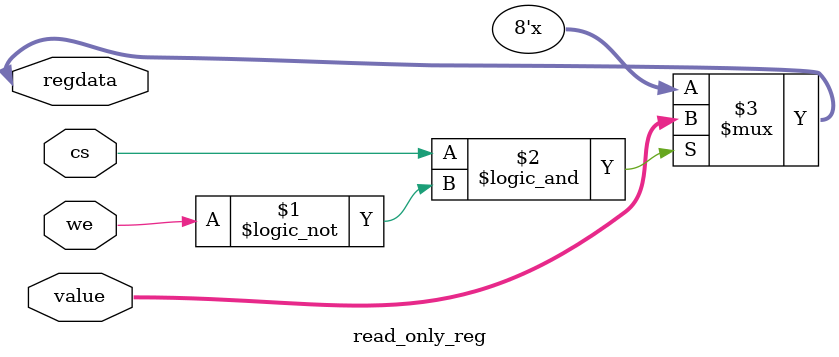
<source format=v>
module read_only_reg(
		     input cs,
		     input we,
		     inout [7:0] regdata,
		     input [7:0] value
		     );

   assign regdata = (cs && !we? value : 8'bz);

endmodule // read_only_reg

</source>
